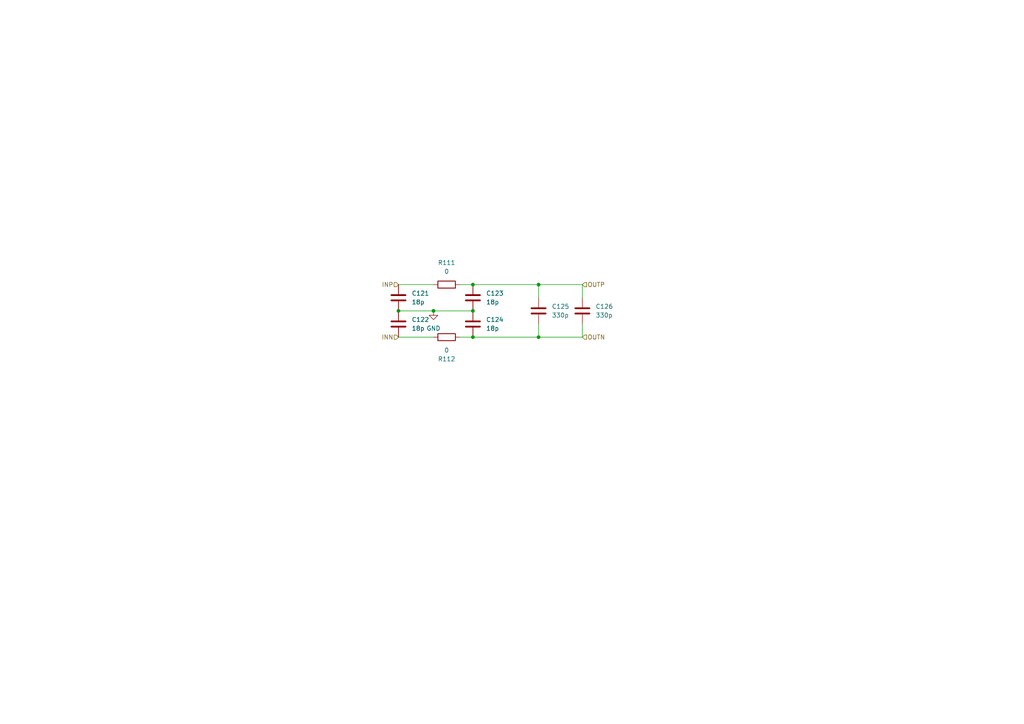
<source format=kicad_sch>
(kicad_sch (version 20250114) (generator "eeschema") (generator_version "9.0")
  (paper "A4")
  (title_block (title "MOT_EncoderStator") (date "2025-08-01") (rev "1.1") (company "NTURacing") (comment 1 "shinkansen942") (comment 2 "Jack Kuo"))
  (lib_symbols
    (symbol "Device:C" (pin_numbers (hide yes)) (pin_names (offset 0.254))
      (property "Reference" "C" (at 0.635 2.54 0))
      (property "Value" "C" (at 0.635 -2.54 0))
      (symbol "C_0_1"
        (polyline (pts (xy -2.032 0.762) (xy 2.032 0.762)) (stroke (width 0.508)))
        (polyline (pts (xy -2.032 -0.762) (xy 2.032 -0.762)) (stroke (width 0.508)))
      )
      (symbol "C_1_1"
        (pin passive line (at 0 3.81 270) (length 2.794) (name "~") (number "1"))
        (pin passive line (at 0 -3.81 90) (length 2.794) (name "~") (number "2"))
      )
    )
    (symbol "Device:R" (pin_numbers (hide yes)) (pin_names (offset 0))
      (property "Reference" "R" (at 2.032 0 90))
      (property "Value" "R" (at 0 0 90))
      (symbol "R_0_1"
        (rectangle (start -1.016 -2.54) (end 1.016 2.54) (stroke (width 0.254)))
      )
      (symbol "R_1_1"
        (pin passive line (at 0 3.81 270) (length 1.27) (name "~") (number "1"))
        (pin passive line (at 0 -3.81 90) (length 1.27) (name "~") (number "2"))
      )
    )
    (symbol "power:GND" (power) (pin_numbers (hide yes)) (pin_names (offset 0) (hide yes))
      (property "Value" "GND" (at 0 -3.81 0))
      (symbol "GND_0_1"
        (polyline (pts (xy 0 0) (xy 0 -1.27) (xy 1.27 -1.27) (xy 0 -2.54) (xy -1.27 -1.27) (xy 0 -1.27)))
      )
      (symbol "GND_1_1"
        (pin power_in line (at 0 0 270) (length 0) (name "~") (number "1"))
      )
    )
  )
  (junction (at 156.21 97.79))
  (junction (at 125.73 90.17))
  (junction (at 156.21 82.55))
  (junction (at 137.16 90.17))
  (junction (at 137.16 97.79))
  (junction (at 137.16 82.55))
  (junction (at 115.57 90.17))
  (wire (pts (xy 133.35 82.55) (xy 137.16 82.55)))
  (wire (pts (xy 156.21 93.98) (xy 156.21 97.79)))
  (wire (pts (xy 125.73 90.17) (xy 137.16 90.17)))
  (wire (pts (xy 156.21 97.79) (xy 168.91 97.79)))
  (wire (pts (xy 133.35 97.79) (xy 137.16 97.79)))
  (wire (pts (xy 137.16 97.79) (xy 156.21 97.79)))
  (wire (pts (xy 156.21 82.55) (xy 156.21 86.36)))
  (wire (pts (xy 156.21 82.55) (xy 168.91 82.55)))
  (wire (pts (xy 168.91 93.98) (xy 168.91 97.79)))
  (wire (pts (xy 168.91 86.36) (xy 168.91 82.55)))
  (wire (pts (xy 137.16 82.55) (xy 156.21 82.55)))
  (wire (pts (xy 115.57 90.17) (xy 125.73 90.17)))
  (wire (pts (xy 115.57 82.55) (xy 125.73 82.55)))
  (wire (pts (xy 115.57 97.79) (xy 125.73 97.79)))
  (hierarchical_label "INP" (shape input) (at 115.57 82.55 180))
  (hierarchical_label "INN" (shape input) (at 115.57 97.79 180))
  (hierarchical_label "OUTN" (shape input) (at 168.91 97.79 0))
  (hierarchical_label "OUTP" (shape input) (at 168.91 82.55 0))
  (symbol (lib_id "Device:R") (at 129.54 82.55 90) (unit 1)
    (property "Reference" "R107" (at 129.54 76.2 90))
    (property "Value" "0" (at 129.54 78.74 90))
    (property "Footprint" "Resistor_SMD:R_0402_1005Metric" (effects (hide yes)))
    (property "Description" "Resistor" (effects (hide yes)))
    (instances (project "Encoder_0731" (path "" (reference "R111") (unit 1)) (path "" (reference "R107") (unit 1)) (path "" (reference "R109") (unit 1))))
  )
  (symbol (lib_id "Device:C") (at 137.16 86.36 0) (unit 1)
    (property "Reference" "C111" (at 140.97 85.0899 0) (effects (justify left)))
    (property "Value" "18p" (at 140.97 87.6299 0) (effects (justify left)))
    (property "Footprint" "Capacitor_SMD:C_0402_1005Metric" (effects (hide yes)))
    (property "Description" "Unpolarized capacitor" (effects (hide yes)))
    (instances (project "Encoder_0731" (path "" (reference "C123") (unit 1)) (path "" (reference "C111") (unit 1)) (path "" (reference "C117") (unit 1))))
  )
  (symbol (lib_id "Device:C") (at 115.57 86.36 0) (unit 1)
    (property "Reference" "C109" (at 119.38 85.0899 0) (effects (justify left)))
    (property "Value" "18p" (at 119.38 87.6299 0) (effects (justify left)))
    (property "Footprint" "Capacitor_SMD:C_0402_1005Metric" (effects (hide yes)))
    (property "Description" "Unpolarized capacitor" (effects (hide yes)))
    (instances (project "Encoder_0731" (path "" (reference "C121") (unit 1)) (path "" (reference "C109") (unit 1)) (path "" (reference "C115") (unit 1))))
  )
  (symbol (lib_id "power:GND") (at 125.73 90.17 0) (unit 1)
    (property "Reference" "#PWR0111" (effects (hide yes)))
    (property "Value" "GND" (at 125.73 95.25 0))
    (property "Description" "Power symbol creates a global label with name \"GND\" , ground" (effects (hide yes)))
    (instances (project "Encoder_0731" (path "" (reference "#PWR0113") (unit 1)) (path "" (reference "#PWR0111") (unit 1)) (path "" (reference "#PWR0112") (unit 1))))
  )
  (symbol (lib_id "Device:C") (at 156.21 90.17 0) (unit 1)
    (property "Reference" "C113" (at 160.02 88.8999 0) (effects (justify left)))
    (property "Value" "330p" (at 160.02 91.4399 0) (effects (justify left)))
    (property "Footprint" "Capacitor_SMD:C_0402_1005Metric" (effects (hide yes)))
    (property "Description" "Unpolarized capacitor" (effects (hide yes)))
    (instances (project "Encoder_0731" (path "" (reference "C125") (unit 1)) (path "" (reference "C113") (unit 1)) (path "" (reference "C119") (unit 1))))
  )
  (symbol (lib_id "Device:C") (at 168.91 90.17 0) (unit 1)
    (property "Reference" "C114" (at 172.72 88.8999 0) (effects (justify left)))
    (property "Value" "330p" (at 172.72 91.4399 0) (effects (justify left)))
    (property "Footprint" "Capacitor_SMD:C_0402_1005Metric" (effects (hide yes)))
    (property "Description" "Unpolarized capacitor" (effects (hide yes)))
    (instances (project "Encoder_0731" (path "" (reference "C126") (unit 1)) (path "" (reference "C114") (unit 1)) (path "" (reference "C120") (unit 1))))
  )
  (symbol (lib_id "Device:C") (at 137.16 93.98 0) (unit 1)
    (property "Reference" "C112" (at 140.97 92.7099 0) (effects (justify left)))
    (property "Value" "18p" (at 140.97 95.2499 0) (effects (justify left)))
    (property "Footprint" "Capacitor_SMD:C_0402_1005Metric" (effects (hide yes)))
    (property "Description" "Unpolarized capacitor" (effects (hide yes)))
    (instances (project "Encoder_0731" (path "" (reference "C124") (unit 1)) (path "" (reference "C112") (unit 1)) (path "" (reference "C118") (unit 1))))
  )
  (symbol (lib_id "Device:R") (at 129.54 97.79 90) (mirror x) (unit 1)
    (property "Reference" "R108" (at 129.54 104.14 90))
    (property "Value" "0" (at 129.54 101.6 90))
    (property "Footprint" "Resistor_SMD:R_0402_1005Metric" (effects (hide yes)))
    (property "Description" "Resistor" (effects (hide yes)))
    (instances (project "Encoder_0731" (path "" (reference "R112") (unit 1)) (path "" (reference "R108") (unit 1)) (path "" (reference "R110") (unit 1))))
  )
  (symbol (lib_id "Device:C") (at 115.57 93.98 0) (unit 1)
    (property "Reference" "C110" (at 119.38 92.7099 0) (effects (justify left)))
    (property "Value" "18p" (at 119.38 95.2499 0) (effects (justify left)))
    (property "Footprint" "Capacitor_SMD:C_0402_1005Metric" (effects (hide yes)))
    (property "Description" "Unpolarized capacitor" (effects (hide yes)))
    (instances (project "Encoder_0731" (path "" (reference "C122") (unit 1)) (path "" (reference "C110") (unit 1)) (path "" (reference "C116") (unit 1))))
  )
)
</source>
